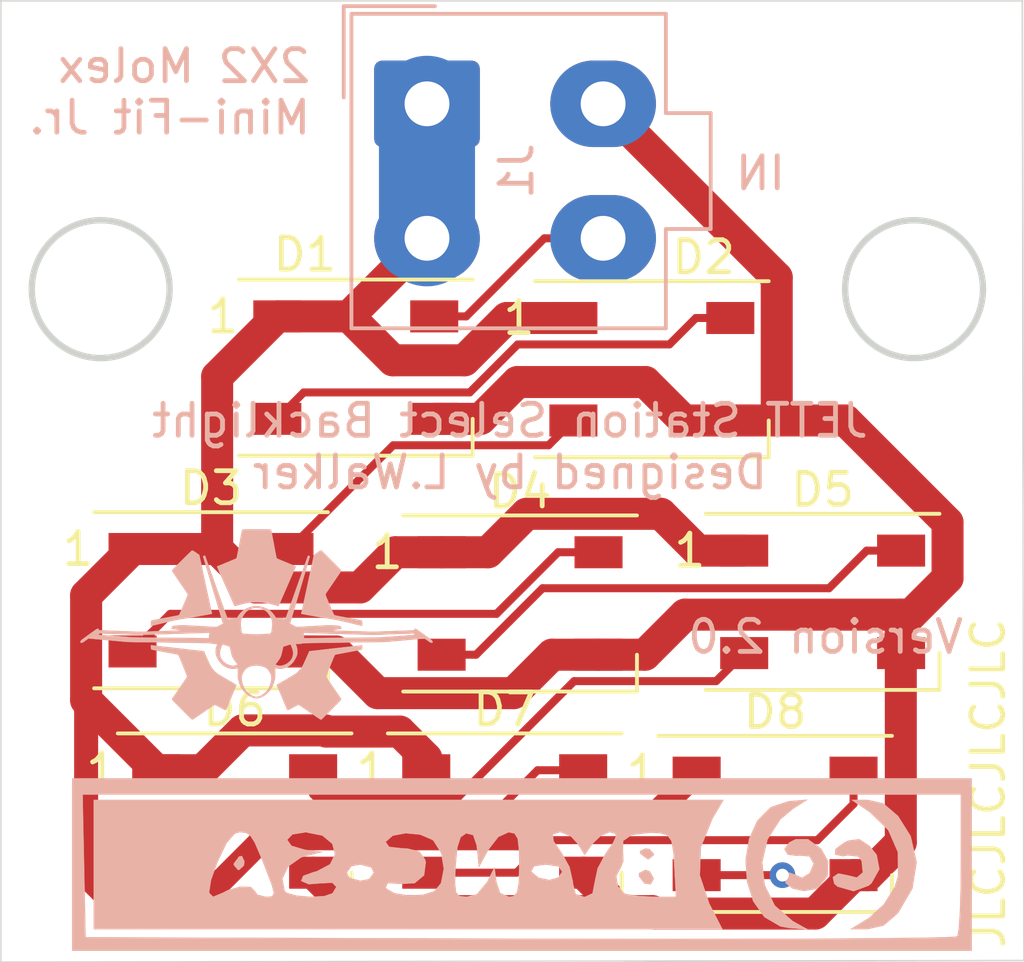
<source format=kicad_pcb>
(kicad_pcb (version 20171130) (host pcbnew "(5.1.6)-1")
  (layers (0 F.Cu signal) (31 B.Cu signal) (34 B.Paste user hide) (35 F.Paste user hide) (36 B.SilkS user) (37 F.SilkS user) (38 B.Mask user hide) (39 F.Mask user hide) (44 Edge.Cuts user))
  (net 0 "")
  (net 1 "Net-(D1-Pad2)")
  (net 2 "Net-(D2-Pad2)")
  (net 3 "Net-(D3-Pad2)")
  (net 4 "Net-(D4-Pad2)")
  (net 5 "Net-(D5-Pad2)")
  (net 6 "Net-(D6-Pad2)")
  (net 7 "Net-(D7-Pad2)")
  (net 8 /LED+5V)
  (net 9 /DATAIN)
  (net 10 /LEDGND)
  (net 11 /DATAOUT)
  (module OH_General:CC-BY-NC-SA-Small (layer B.Cu) (at 148.082 107.95 180)
    (fp_text reference G2 hide)
    (fp_text value LOGO hide)
  )
  (module OH_General:OH_LOGO_ONLY_11x6mm (layer B.Cu) (at 139.7 100.584 180)
    (fp_text reference G1 hide)
    (fp_text value OH_LOGO_ONLY_11x6mm hide)
  )
  (module Connector_Molex:Molex_Mini-Fit_Jr_5566-04A_2x02_P4.20mm_Vertical (layer B.Cu) (at 145.034 84.192 270)
    (fp_text reference J1 (at 2.1 -2.794 90) (layer B.SilkS) (effects (justify mirror)))
    (fp_text value Conn_01x04_Female)
    (pad 4 thru_hole oval (at 4.2 -5.5 270) (size 2.7 3.3) (drill 1.4) (layers *.Cu *.Mask) (net 9 /DATAIN))
    (pad 3 thru_hole oval (at 0 -5.5 270) (size 2.7 3.3) (drill 1.4) (layers *.Cu *.Mask) (net 10 /LEDGND))
    (pad 2 thru_hole oval (at 4.2 0 270) (size 2.7 3.3) (drill 1.4) (layers *.Cu *.Mask) (net 8 /LED+5V))
    (pad 1 thru_hole roundrect (at 0 0 270) (size 2.7 3.3) (drill 1.4) (layers *.Cu *.Mask) (roundrect_rratio 0.09259299999999999) (net 8 /LED+5V))
  )
  (module LED_SMD:LED_WS2812B_PLCC4_5.0x5.0mm_P3.2mm (layer F.Cu) (at 155.905 106.68)
    (fp_text reference D8 (at 0 -3.5) (layer F.SilkS))
    (fp_text value WS2812B)
    (fp_text user 1 (at -4.15 -1.6) (layer F.SilkS))
    (pad 1 smd rect (at -2.45 -1.6) (size 1.5 1) (layers F.Cu F.Paste F.Mask) (net 8 /LED+5V))
    (pad 2 smd rect (at -2.45 1.6) (size 1.5 1) (layers F.Cu F.Paste F.Mask) (net 11 /DATAOUT))
    (pad 4 smd rect (at 2.45 -1.6) (size 1.5 1) (layers F.Cu F.Paste F.Mask) (net 7 "Net-(D7-Pad2)"))
    (pad 3 smd rect (at 2.45 1.6) (size 1.5 1) (layers F.Cu F.Paste F.Mask) (net 10 /LEDGND))
  )
  (module LED_SMD:LED_WS2812B_PLCC4_5.0x5.0mm_P3.2mm (layer F.Cu) (at 147.461 106.604)
    (fp_text reference D7 (at 0 -3.5) (layer F.SilkS))
    (fp_text value WS2812B)
    (fp_text user 1 (at -4.15 -1.6) (layer F.SilkS))
    (pad 1 smd rect (at -2.45 -1.6) (size 1.5 1) (layers F.Cu F.Paste F.Mask) (net 8 /LED+5V))
    (pad 2 smd rect (at -2.45 1.6) (size 1.5 1) (layers F.Cu F.Paste F.Mask) (net 7 "Net-(D7-Pad2)"))
    (pad 4 smd rect (at 2.45 -1.6) (size 1.5 1) (layers F.Cu F.Paste F.Mask) (net 6 "Net-(D6-Pad2)"))
    (pad 3 smd rect (at 2.45 1.6) (size 1.5 1) (layers F.Cu F.Paste F.Mask) (net 10 /LEDGND))
  )
  (module LED_SMD:LED_WS2812B_PLCC4_5.0x5.0mm_P3.2mm (layer F.Cu) (at 139.028 106.604)
    (fp_text reference D6 (at 0 -3.5) (layer F.SilkS))
    (fp_text value WS2812B)
    (fp_text user 1 (at -4.15 -1.6) (layer F.SilkS))
    (pad 1 smd rect (at -2.45 -1.6) (size 1.5 1) (layers F.Cu F.Paste F.Mask) (net 8 /LED+5V))
    (pad 2 smd rect (at -2.45 1.6) (size 1.5 1) (layers F.Cu F.Paste F.Mask) (net 6 "Net-(D6-Pad2)"))
    (pad 4 smd rect (at 2.45 -1.6) (size 1.5 1) (layers F.Cu F.Paste F.Mask) (net 5 "Net-(D5-Pad2)"))
    (pad 3 smd rect (at 2.45 1.6) (size 1.5 1) (layers F.Cu F.Paste F.Mask) (net 10 /LEDGND))
  )
  (module LED_SMD:LED_WS2812B_PLCC4_5.0x5.0mm_P3.2mm (layer F.Cu) (at 157.39 99.7456)
    (fp_text reference D5 (at 0 -3.5) (layer F.SilkS))
    (fp_text value WS2812B)
    (fp_text user 1 (at -4.15 -1.6) (layer F.SilkS))
    (pad 1 smd rect (at -2.45 -1.6) (size 1.5 1) (layers F.Cu F.Paste F.Mask) (net 8 /LED+5V))
    (pad 2 smd rect (at -2.45 1.6) (size 1.5 1) (layers F.Cu F.Paste F.Mask) (net 5 "Net-(D5-Pad2)"))
    (pad 4 smd rect (at 2.45 -1.6) (size 1.5 1) (layers F.Cu F.Paste F.Mask) (net 4 "Net-(D4-Pad2)"))
    (pad 3 smd rect (at 2.45 1.6) (size 1.5 1) (layers F.Cu F.Paste F.Mask) (net 10 /LEDGND))
  )
  (module LED_SMD:LED_WS2812B_PLCC4_5.0x5.0mm_P3.2mm (layer F.Cu) (at 147.941 99.7964)
    (fp_text reference D4 (at 0 -3.5) (layer F.SilkS))
    (fp_text value WS2812B)
    (fp_text user 1 (at -4.15 -1.6) (layer F.SilkS))
    (pad 1 smd rect (at -2.45 -1.6) (size 1.5 1) (layers F.Cu F.Paste F.Mask) (net 8 /LED+5V))
    (pad 2 smd rect (at -2.45 1.6) (size 1.5 1) (layers F.Cu F.Paste F.Mask) (net 4 "Net-(D4-Pad2)"))
    (pad 4 smd rect (at 2.45 -1.6) (size 1.5 1) (layers F.Cu F.Paste F.Mask) (net 3 "Net-(D3-Pad2)"))
    (pad 3 smd rect (at 2.45 1.6) (size 1.5 1) (layers F.Cu F.Paste F.Mask) (net 10 /LEDGND))
  )
  (module LED_SMD:LED_WS2812B_PLCC4_5.0x5.0mm_P3.2mm (layer F.Cu) (at 138.289 99.6948)
    (fp_text reference D3 (at 0 -3.5) (layer F.SilkS))
    (fp_text value WS2812B)
    (fp_text user 1 (at -4.15 -1.6) (layer F.SilkS))
    (pad 1 smd rect (at -2.45 -1.6) (size 1.5 1) (layers F.Cu F.Paste F.Mask) (net 8 /LED+5V))
    (pad 2 smd rect (at -2.45 1.6) (size 1.5 1) (layers F.Cu F.Paste F.Mask) (net 3 "Net-(D3-Pad2)"))
    (pad 4 smd rect (at 2.45 -1.6) (size 1.5 1) (layers F.Cu F.Paste F.Mask) (net 2 "Net-(D2-Pad2)"))
    (pad 3 smd rect (at 2.45 1.6) (size 1.5 1) (layers F.Cu F.Paste F.Mask) (net 10 /LEDGND))
  )
  (module LED_SMD:LED_WS2812B_PLCC4_5.0x5.0mm_P3.2mm (layer F.Cu) (at 152.056 92.4812)
    (fp_text reference D2 (at 1.614 -3.5) (layer F.SilkS))
    (fp_text value WS2812B)
    (fp_text user 1 (at -4.15 -1.6) (layer F.SilkS))
    (pad 1 smd rect (at -2.45 -1.6) (size 1.5 1) (layers F.Cu F.Paste F.Mask) (net 8 /LED+5V))
    (pad 2 smd rect (at -2.45 1.6) (size 1.5 1) (layers F.Cu F.Paste F.Mask) (net 2 "Net-(D2-Pad2)"))
    (pad 4 smd rect (at 2.45 -1.6) (size 1.5 1) (layers F.Cu F.Paste F.Mask) (net 1 "Net-(D1-Pad2)"))
    (pad 3 smd rect (at 2.45 1.6) (size 1.5 1) (layers F.Cu F.Paste F.Mask) (net 10 /LEDGND))
  )
  (module LED_SMD:LED_WS2812B_PLCC4_5.0x5.0mm_P3.2mm (layer F.Cu) (at 142.81 92.4304)
    (fp_text reference D1 (at -1.586 -3.5304) (layer F.SilkS))
    (fp_text value WS2812B)
    (fp_text user 1 (at -4.15 -1.6) (layer F.SilkS))
    (pad 1 smd rect (at -2.45 -1.6) (size 1.5 1) (layers F.Cu F.Paste F.Mask) (net 8 /LED+5V))
    (pad 2 smd rect (at -2.45 1.6) (size 1.5 1) (layers F.Cu F.Paste F.Mask) (net 1 "Net-(D1-Pad2)"))
    (pad 4 smd rect (at 2.45 -1.6) (size 1.5 1) (layers F.Cu F.Paste F.Mask) (net 9 /DATAIN))
    (pad 3 smd rect (at 2.45 1.6) (size 1.5 1) (layers F.Cu F.Paste F.Mask) (net 10 /LEDGND))
  )
  (gr_text JLCJLCJLCJLC (at 162.56 105.41 90) (layer F.SilkS) (effects (font (size 1 1))))
  (gr_text "2X2 Molex\nMini-Fit Jr." (at 141.478 83.82) (layer B.SilkS) (effects (font (size 1 1)) (justify left mirror)))
  (gr_text IN (at 155.448 86.36) (layer B.SilkS) (effects (font (size 1 1)) (justify mirror)))
  (gr_text "Version 2.0" (at 157.48 100.838) (layer B.SilkS) (effects (font (size 1 1)) (justify mirror)))
  (gr_text "JETT Station Select Backlight\nDesigned by L.Walker" (at 147.6248 94.8944) (layer B.SilkS) (effects (font (size 1 1)) (justify mirror)))
  (gr_line (start 163.6268 80.9752) (end 131.7244 80.9752) (layer Edge.Cuts) (width 0.05))
  (gr_line (start 163.6776 110.9472) (end 163.6268 80.9752) (layer Edge.Cuts) (width 0.05))
  (gr_line (start 131.7244 110.998) (end 163.6776 110.9472) (layer Edge.Cuts) (width 0.05))
  (gr_line (start 131.7244 80.9752) (end 131.7244 110.998) (layer Edge.Cuts) (width 0.05))
  (gr_circle (center 134.844109 89.97999) (end 136.996759 89.97999) (layer Edge.Cuts) (width 0.2))
  (gr_circle (center 160.244109 89.97999) (end 162.39676 89.97999) (layer Edge.Cuts) (width 0.2))
  (segment (start 153.4307 90.8812) (end 154.506 90.8812) (width 0.25) (layer F.Cu) (net 1))
  (segment (start 140.36 94.0304) (end 141.185001 93.205399) (width 0.25) (layer F.Cu) (net 1))
  (segment (start 141.185001 93.205399) (end 146.368561 93.205399) (width 0.25) (layer F.Cu) (net 1))
  (segment (start 146.368561 93.205399) (end 147.86746 91.7065) (width 0.25) (layer F.Cu) (net 1))
  (segment (start 152.6054 91.7065) (end 153.4307 90.8812) (width 0.25) (layer F.Cu) (net 1))
  (segment (start 147.86746 91.7065) (end 152.6054 91.7065) (width 0.25) (layer F.Cu) (net 1))
  (segment (start 143.97839 94.85541) (end 140.739 98.0948) (width 0.25) (layer F.Cu) (net 2))
  (segment (start 148.83179 94.85541) (end 143.97839 94.85541) (width 0.25) (layer F.Cu) (net 2))
  (segment (start 149.606 94.0812) (end 148.83179 94.85541) (width 0.25) (layer F.Cu) (net 2))
  (segment (start 149.12989 98.1964) (end 150.391 98.1964) (width 0.25) (layer F.Cu) (net 3))
  (segment (start 147.20618 100.12011) (end 149.12989 98.1964) (width 0.25) (layer F.Cu) (net 3))
  (segment (start 137.01369 100.12011) (end 147.20618 100.12011) (width 0.25) (layer F.Cu) (net 3))
  (segment (start 135.839 101.2948) (end 137.01369 100.12011) (width 0.25) (layer F.Cu) (net 3))
  (segment (start 157.5905 99.3198) (end 158.7647 98.1456) (width 0.25) (layer F.Cu) (net 4))
  (segment (start 148.6429 99.3198) (end 157.5905 99.3198) (width 0.25) (layer F.Cu) (net 4))
  (segment (start 146.5663 101.3964) (end 148.6429 99.3198) (width 0.25) (layer F.Cu) (net 4))
  (segment (start 145.491 101.3964) (end 146.5663 101.3964) (width 0.25) (layer F.Cu) (net 4))
  (segment (start 159.84 98.1456) (end 158.7647 98.1456) (width 0.25) (layer F.Cu) (net 4))
  (segment (start 154.06419 102.22141) (end 154.94 101.3456) (width 0.25) (layer F.Cu) (net 5))
  (segment (start 146.021001 105.829001) (end 149.628592 102.22141) (width 0.25) (layer F.Cu) (net 5))
  (segment (start 141.478 105.754) (end 141.553001 105.829001) (width 0.25) (layer F.Cu) (net 5))
  (segment (start 149.628592 102.22141) (end 154.06419 102.22141) (width 0.25) (layer F.Cu) (net 5))
  (segment (start 141.553001 105.829001) (end 146.021001 105.829001) (width 0.25) (layer F.Cu) (net 5))
  (segment (start 141.478 105.004) (end 141.478 105.754) (width 0.25) (layer F.Cu) (net 5))
  (segment (start 138.50269 106.27931) (end 136.578 108.204) (width 0.25) (layer F.Cu) (net 6))
  (segment (start 148.488 105.004) (end 147.21299 106.27901) (width 0.25) (layer F.Cu) (net 6))
  (segment (start 147.21299 106.27901) (end 146.15701 106.27901) (width 0.25) (layer F.Cu) (net 6))
  (segment (start 146.15701 106.27901) (end 146.15731 106.27931) (width 0.25) (layer F.Cu) (net 6))
  (segment (start 149.911 105.004) (end 148.488 105.004) (width 0.25) (layer F.Cu) (net 6))
  (segment (start 146.15731 106.27931) (end 138.50269 106.27931) (width 0.25) (layer F.Cu) (net 6))
  (segment (start 158.355 105.08) (end 158.355 106.059) (width 0.25) (layer F.Cu) (net 7))
  (segment (start 157.226 107.188) (end 148.844 107.188) (width 0.25) (layer F.Cu) (net 7))
  (segment (start 158.355 106.059) (end 157.226 107.188) (width 0.25) (layer F.Cu) (net 7))
  (segment (start 147.828 108.204) (end 145.011 108.204) (width 0.25) (layer F.Cu) (net 7))
  (segment (start 148.844 107.188) (end 147.828 108.204) (width 0.25) (layer F.Cu) (net 7))
  (segment (start 136.578 105.004) (end 138.0283 105.004) (width 1) (layer F.Cu) (net 8))
  (segment (start 138.0283 105.004) (end 139.2719 103.7604) (width 1) (layer F.Cu) (net 8))
  (segment (start 152.3402 96.9961) (end 153.4897 98.1456) (width 1) (layer F.Cu) (net 8))
  (segment (start 148.1416 96.9961) (end 152.3402 96.9961) (width 1) (layer F.Cu) (net 8))
  (segment (start 146.9413 98.1964) (end 148.1416 96.9961) (width 1) (layer F.Cu) (net 8))
  (segment (start 145.491 98.1964) (end 146.9413 98.1964) (width 1) (layer F.Cu) (net 8))
  (segment (start 145.491 98.1964) (end 144.0407 98.1964) (width 1) (layer F.Cu) (net 8))
  (segment (start 154.94 98.1456) (end 153.4897 98.1456) (width 1) (layer F.Cu) (net 8))
  (segment (start 142.942 99.2951) (end 144.0407 98.1964) (width 1) (layer F.Cu) (net 8))
  (segment (start 139.6812 99.2951) (end 142.942 99.2951) (width 1) (layer F.Cu) (net 8))
  (segment (start 147.52602 90.8812) (end 146.20522 92.202) (width 1) (layer F.Cu) (net 8))
  (segment (start 149.606 90.8812) (end 147.52602 90.8812) (width 1) (layer F.Cu) (net 8))
  (segment (start 142.5956 90.8304) (end 145.034 88.392) (width 1) (layer F.Cu) (net 8))
  (segment (start 140.36 90.8304) (end 142.5956 90.8304) (width 1) (layer F.Cu) (net 8))
  (segment (start 134.388999 99.544801) (end 135.839 98.0948) (width 1) (layer F.Cu) (net 8))
  (segment (start 134.388999 102.814999) (end 134.388999 99.544801) (width 1) (layer F.Cu) (net 8))
  (segment (start 136.578 105.004) (end 134.388999 102.814999) (width 1) (layer F.Cu) (net 8))
  (segment (start 138.4809 98.0948) (end 139.6812 99.2951) (width 1) (layer F.Cu) (net 8))
  (segment (start 135.839 98.0948) (end 138.4809 98.0948) (width 1) (layer F.Cu) (net 8))
  (segment (start 138.4809 92.7095) (end 140.36 90.8304) (width 1) (layer F.Cu) (net 8))
  (segment (start 138.4809 98.0948) (end 138.4809 92.7095) (width 1) (layer F.Cu) (net 8))
  (segment (start 143.9672 92.202) (end 142.5956 90.8304) (width 1) (layer F.Cu) (net 8))
  (segment (start 146.20522 92.202) (end 143.9672 92.202) (width 1) (layer F.Cu) (net 8))
  (segment (start 145.034 84.192) (end 145.034 88.392) (width 3) (layer B.Cu) (net 8))
  (segment (start 141.89671 103.79671) (end 141.8604 103.7604) (width 1) (layer F.Cu) (net 8))
  (segment (start 144.18271 103.79671) (end 141.89671 103.79671) (width 1) (layer F.Cu) (net 8))
  (segment (start 145.011 104.625) (end 144.18271 103.79671) (width 1) (layer F.Cu) (net 8))
  (segment (start 145.011 105.004) (end 145.011 104.625) (width 1) (layer F.Cu) (net 8))
  (segment (start 139.2719 103.7604) (end 141.8604 103.7604) (width 1) (layer F.Cu) (net 8))
  (segment (start 148.554048 106.48799) (end 152.04701 106.48799) (width 0.75) (layer F.Cu) (net 8))
  (segment (start 147.913039 107.128999) (end 148.554048 106.48799) (width 0.75) (layer F.Cu) (net 8))
  (segment (start 152.04701 106.48799) (end 153.455 105.08) (width 0.75) (layer F.Cu) (net 8))
  (segment (start 139.938003 107.128999) (end 147.913039 107.128999) (width 0.75) (layer F.Cu) (net 8))
  (segment (start 137.788001 109.279001) (end 139.938003 107.128999) (width 0.75) (layer F.Cu) (net 8))
  (segment (start 134.388999 108.300001) (end 135.367999 109.279001) (width 0.75) (layer F.Cu) (net 8))
  (segment (start 135.367999 109.279001) (end 137.788001 109.279001) (width 0.75) (layer F.Cu) (net 8))
  (segment (start 134.388999 102.814999) (end 134.388999 108.300001) (width 0.75) (layer F.Cu) (net 8))
  (segment (start 148.6984 88.392) (end 150.534 88.392) (width 0.25) (layer F.Cu) (net 9))
  (segment (start 146.26 90.8304) (end 148.6984 88.392) (width 0.25) (layer F.Cu) (net 9))
  (segment (start 145.26 90.8304) (end 146.26 90.8304) (width 0.25) (layer F.Cu) (net 9))
  (segment (start 145.26 94.0304) (end 146.7103 94.0304) (width 1) (layer F.Cu) (net 10))
  (segment (start 146.7103 94.0304) (end 147.8598 92.8809) (width 1) (layer F.Cu) (net 10))
  (segment (start 159.8314 101.3456) (end 159.8314 107.2534) (width 1) (layer F.Cu) (net 10))
  (segment (start 158.355 108.28) (end 158.8048 108.28) (width 1) (layer F.Cu) (net 10))
  (segment (start 158.8048 108.28) (end 159.8314 107.2534) (width 1) (layer F.Cu) (net 10))
  (segment (start 141.478 108.204) (end 142.6783 109.4043) (width 1) (layer F.Cu) (net 10))
  (segment (start 142.6783 109.4043) (end 147.2604 109.4043) (width 1) (layer F.Cu) (net 10))
  (segment (start 155.9563 89.6143) (end 150.534 84.192) (width 1) (layer F.Cu) (net 10))
  (segment (start 155.9563 94.0812) (end 155.9563 89.6143) (width 1) (layer F.Cu) (net 10))
  (segment (start 154.506 94.0812) (end 155.9563 94.0812) (width 1) (layer F.Cu) (net 10))
  (segment (start 147.7404 102.5967) (end 148.9407 101.3964) (width 1) (layer F.Cu) (net 10))
  (segment (start 143.4912 102.5967) (end 147.7404 102.5967) (width 1) (layer F.Cu) (net 10))
  (segment (start 142.1893 101.2948) (end 143.4912 102.5967) (width 1) (layer F.Cu) (net 10))
  (segment (start 140.739 101.2948) (end 142.1893 101.2948) (width 1) (layer F.Cu) (net 10))
  (segment (start 159.84 101.3456) (end 159.8314 101.3456) (width 1) (layer F.Cu) (net 10))
  (segment (start 159.8314 101.3456) (end 159.8227 101.3456) (width 1) (layer F.Cu) (net 10))
  (segment (start 150.391 101.3964) (end 151.8413 101.3964) (width 1) (layer F.Cu) (net 10))
  (segment (start 159.8227 101.3456) (end 159.8227 100.1452) (width 1) (layer F.Cu) (net 10))
  (segment (start 160.148 100.1452) (end 159.8227 100.1452) (width 1) (layer F.Cu) (net 10))
  (segment (start 161.2904 99.0028) (end 160.148 100.1452) (width 1) (layer F.Cu) (net 10))
  (segment (start 161.2904 97.2661) (end 161.2904 99.0028) (width 1) (layer F.Cu) (net 10))
  (segment (start 158.1055 94.0812) (end 161.2904 97.2661) (width 1) (layer F.Cu) (net 10))
  (segment (start 155.9563 94.0812) (end 158.1055 94.0812) (width 1) (layer F.Cu) (net 10))
  (segment (start 153.0925 100.1452) (end 151.8413 101.3964) (width 1) (layer F.Cu) (net 10))
  (segment (start 159.8227 100.1452) (end 153.0925 100.1452) (width 1) (layer F.Cu) (net 10))
  (segment (start 151.8554 92.8809) (end 153.0557 94.0812) (width 1) (layer F.Cu) (net 10))
  (segment (start 147.8598 92.8809) (end 151.8554 92.8809) (width 1) (layer F.Cu) (net 10))
  (segment (start 154.506 94.0812) (end 153.0557 94.0812) (width 1) (layer F.Cu) (net 10))
  (segment (start 150.391 101.3964) (end 148.9407 101.3964) (width 1) (layer F.Cu) (net 10))
  (segment (start 157.154999 109.480001) (end 158.355 108.28) (width 1) (layer F.Cu) (net 10))
  (segment (start 152.144999 109.480001) (end 157.154999 109.480001) (width 1) (layer F.Cu) (net 10))
  (segment (start 152.069298 109.4043) (end 152.144999 109.480001) (width 1) (layer F.Cu) (net 10))
  (segment (start 150.6917 109.4043) (end 150.6917 108.9847) (width 1) (layer F.Cu) (net 10))
  (segment (start 150.6917 108.9847) (end 149.911 108.204) (width 1) (layer F.Cu) (net 10))
  (segment (start 150.6917 109.4043) (end 152.069298 109.4043) (width 1) (layer F.Cu) (net 10))
  (segment (start 147.2604 109.4043) (end 150.6917 109.4043) (width 1) (layer F.Cu) (net 10))
  (segment (start 153.455 108.28) (end 156.134 108.28) (width 0.25) (layer F.Cu) (net 11))
  (segment (start 156.134 108.28) (end 156.134 108.28) (width 0.25) (layer F.Cu) (net 11))
  (via (at 156.134 108.28) (size 0.8) (drill 0.4) (layers F.Cu B.Cu) (net 11))
)
</source>
